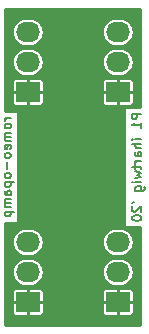
<source format=gbr>
G04 #@! TF.FileFunction,Copper,L2,Bot,Signal*
%FSLAX46Y46*%
G04 Gerber Fmt 4.6, Leading zero omitted, Abs format (unit mm)*
G04 Created by KiCad (PCBNEW 4.0.2-stable) date Friday, April 10, 2020 'PMt' 07:46:05 PM*
%MOMM*%
G01*
G04 APERTURE LIST*
%ADD10C,0.100000*%
%ADD11C,0.152400*%
%ADD12R,2.032000X1.727200*%
%ADD13O,2.032000X1.727200*%
%ADD14C,0.609600*%
%ADD15C,0.254000*%
G04 APERTURE END LIST*
D10*
D11*
X1123905Y18103335D02*
X590571Y18103335D01*
X742952Y18103335D02*
X666762Y18065240D01*
X628667Y18027144D01*
X590571Y17950954D01*
X590571Y17874763D01*
X1123905Y17493811D02*
X1085810Y17570002D01*
X1047714Y17608097D01*
X971524Y17646192D01*
X742952Y17646192D01*
X666762Y17608097D01*
X628667Y17570002D01*
X590571Y17493811D01*
X590571Y17379525D01*
X628667Y17303335D01*
X666762Y17265240D01*
X742952Y17227144D01*
X971524Y17227144D01*
X1047714Y17265240D01*
X1085810Y17303335D01*
X1123905Y17379525D01*
X1123905Y17493811D01*
X1123905Y16884287D02*
X590571Y16884287D01*
X666762Y16884287D02*
X628667Y16846192D01*
X590571Y16770001D01*
X590571Y16655715D01*
X628667Y16579525D01*
X704857Y16541430D01*
X1123905Y16541430D01*
X704857Y16541430D02*
X628667Y16503334D01*
X590571Y16427144D01*
X590571Y16312858D01*
X628667Y16236668D01*
X704857Y16198573D01*
X1123905Y16198573D01*
X1085810Y15512858D02*
X1123905Y15589048D01*
X1123905Y15741429D01*
X1085810Y15817620D01*
X1009619Y15855715D01*
X704857Y15855715D01*
X628667Y15817620D01*
X590571Y15741429D01*
X590571Y15589048D01*
X628667Y15512858D01*
X704857Y15474763D01*
X781048Y15474763D01*
X857238Y15855715D01*
X1123905Y15017620D02*
X1085810Y15093811D01*
X1047714Y15131906D01*
X971524Y15170001D01*
X742952Y15170001D01*
X666762Y15131906D01*
X628667Y15093811D01*
X590571Y15017620D01*
X590571Y14903334D01*
X628667Y14827144D01*
X666762Y14789049D01*
X742952Y14750953D01*
X971524Y14750953D01*
X1047714Y14789049D01*
X1085810Y14827144D01*
X1123905Y14903334D01*
X1123905Y15017620D01*
X819143Y14408096D02*
X819143Y13798572D01*
X1123905Y13303334D02*
X1085810Y13379525D01*
X1047714Y13417620D01*
X971524Y13455715D01*
X742952Y13455715D01*
X666762Y13417620D01*
X628667Y13379525D01*
X590571Y13303334D01*
X590571Y13189048D01*
X628667Y13112858D01*
X666762Y13074763D01*
X742952Y13036667D01*
X971524Y13036667D01*
X1047714Y13074763D01*
X1085810Y13112858D01*
X1123905Y13189048D01*
X1123905Y13303334D01*
X590571Y12693810D02*
X1390571Y12693810D01*
X628667Y12693810D02*
X590571Y12617619D01*
X590571Y12465238D01*
X628667Y12389048D01*
X666762Y12350953D01*
X742952Y12312857D01*
X971524Y12312857D01*
X1047714Y12350953D01*
X1085810Y12389048D01*
X1123905Y12465238D01*
X1123905Y12617619D01*
X1085810Y12693810D01*
X1123905Y11627143D02*
X704857Y11627143D01*
X628667Y11665238D01*
X590571Y11741428D01*
X590571Y11893809D01*
X628667Y11970000D01*
X1085810Y11627143D02*
X1123905Y11703333D01*
X1123905Y11893809D01*
X1085810Y11970000D01*
X1009619Y12008095D01*
X933429Y12008095D01*
X857238Y11970000D01*
X819143Y11893809D01*
X819143Y11703333D01*
X781048Y11627143D01*
X1123905Y11246190D02*
X590571Y11246190D01*
X666762Y11246190D02*
X628667Y11208095D01*
X590571Y11131904D01*
X590571Y11017618D01*
X628667Y10941428D01*
X704857Y10903333D01*
X1123905Y10903333D01*
X704857Y10903333D02*
X628667Y10865237D01*
X590571Y10789047D01*
X590571Y10674761D01*
X628667Y10598571D01*
X704857Y10560476D01*
X1123905Y10560476D01*
X590571Y10179523D02*
X1390571Y10179523D01*
X628667Y10179523D02*
X590571Y10103332D01*
X590571Y9950951D01*
X628667Y9874761D01*
X666762Y9836666D01*
X742952Y9798570D01*
X971524Y9798570D01*
X1047714Y9836666D01*
X1085810Y9874761D01*
X1123905Y9950951D01*
X1123905Y10103332D01*
X1085810Y10179523D01*
X12172905Y18484286D02*
X11372905Y18484286D01*
X11372905Y18179524D01*
X11411000Y18103333D01*
X11449095Y18065238D01*
X11525286Y18027143D01*
X11639571Y18027143D01*
X11715762Y18065238D01*
X11753857Y18103333D01*
X11791952Y18179524D01*
X11791952Y18484286D01*
X12172905Y17265238D02*
X12172905Y17722381D01*
X12172905Y17493810D02*
X11372905Y17493810D01*
X11487190Y17570000D01*
X11563381Y17646191D01*
X11601476Y17722381D01*
X12172905Y16312857D02*
X11639571Y16312857D01*
X11372905Y16312857D02*
X11411000Y16350952D01*
X11449095Y16312857D01*
X11411000Y16274762D01*
X11372905Y16312857D01*
X11449095Y16312857D01*
X12172905Y15931905D02*
X11372905Y15931905D01*
X12172905Y15589048D02*
X11753857Y15589048D01*
X11677667Y15627143D01*
X11639571Y15703333D01*
X11639571Y15817619D01*
X11677667Y15893810D01*
X11715762Y15931905D01*
X12172905Y14865238D02*
X11753857Y14865238D01*
X11677667Y14903333D01*
X11639571Y14979523D01*
X11639571Y15131904D01*
X11677667Y15208095D01*
X12134810Y14865238D02*
X12172905Y14941428D01*
X12172905Y15131904D01*
X12134810Y15208095D01*
X12058619Y15246190D01*
X11982429Y15246190D01*
X11906238Y15208095D01*
X11868143Y15131904D01*
X11868143Y14941428D01*
X11830048Y14865238D01*
X12172905Y14484285D02*
X11639571Y14484285D01*
X11791952Y14484285D02*
X11715762Y14446190D01*
X11677667Y14408094D01*
X11639571Y14331904D01*
X11639571Y14255713D01*
X11639571Y14103333D02*
X11639571Y13798571D01*
X11372905Y13989047D02*
X12058619Y13989047D01*
X12134810Y13950952D01*
X12172905Y13874761D01*
X12172905Y13798571D01*
X11639571Y13608094D02*
X12172905Y13455713D01*
X11791952Y13303332D01*
X12172905Y13150951D01*
X11639571Y12998570D01*
X12172905Y12693809D02*
X11639571Y12693809D01*
X11372905Y12693809D02*
X11411000Y12731904D01*
X11449095Y12693809D01*
X11411000Y12655714D01*
X11372905Y12693809D01*
X11449095Y12693809D01*
X11639571Y11970000D02*
X12287190Y11970000D01*
X12363381Y12008095D01*
X12401476Y12046190D01*
X12439571Y12122381D01*
X12439571Y12236666D01*
X12401476Y12312857D01*
X12134810Y11970000D02*
X12172905Y12046190D01*
X12172905Y12198571D01*
X12134810Y12274762D01*
X12096714Y12312857D01*
X12020524Y12350952D01*
X11791952Y12350952D01*
X11715762Y12312857D01*
X11677667Y12274762D01*
X11639571Y12198571D01*
X11639571Y12046190D01*
X11677667Y11970000D01*
X11372905Y10941428D02*
X11525286Y11017618D01*
X11449095Y10636666D02*
X11411000Y10598571D01*
X11372905Y10522380D01*
X11372905Y10331904D01*
X11411000Y10255714D01*
X11449095Y10217618D01*
X11525286Y10179523D01*
X11601476Y10179523D01*
X11715762Y10217618D01*
X12172905Y10674761D01*
X12172905Y10179523D01*
X11372905Y9684285D02*
X11372905Y9608094D01*
X11411000Y9531904D01*
X11449095Y9493809D01*
X11525286Y9455713D01*
X11677667Y9417618D01*
X11868143Y9417618D01*
X12020524Y9455713D01*
X12096714Y9493809D01*
X12134810Y9531904D01*
X12172905Y9608094D01*
X12172905Y9684285D01*
X12134810Y9760475D01*
X12096714Y9798571D01*
X12020524Y9836666D01*
X11868143Y9874761D01*
X11677667Y9874761D01*
X11525286Y9836666D01*
X11449095Y9798571D01*
X11411000Y9760475D01*
X11372905Y9684285D01*
D12*
X2540000Y20320000D03*
D13*
X2540000Y22860000D03*
X2540000Y25400000D03*
D12*
X10160000Y20320000D03*
D13*
X10160000Y22860000D03*
X10160000Y25400000D03*
D12*
X2540000Y2540000D03*
D13*
X2540000Y5080000D03*
X2540000Y7620000D03*
D12*
X10160000Y2540000D03*
D13*
X10160000Y5080000D03*
X10160000Y7620000D03*
D14*
X889000Y9017000D03*
X7874000Y5969000D03*
X7620000Y1270000D03*
X7620000Y16510000D03*
X10160000Y16510000D03*
X2540000Y16510000D03*
D15*
G36*
X12073000Y19081163D02*
X10692200Y19081163D01*
X10692200Y8858838D01*
X12073000Y8858838D01*
X12073000Y627000D01*
X627000Y627000D01*
X627000Y2456950D01*
X1193800Y2456950D01*
X1193800Y1643878D01*
X1206489Y1580084D01*
X1231380Y1519992D01*
X1267517Y1465910D01*
X1313510Y1419917D01*
X1367592Y1383781D01*
X1427684Y1358889D01*
X1491478Y1346200D01*
X2456950Y1346200D01*
X2539500Y1428750D01*
X2539500Y2539500D01*
X2540500Y2539500D01*
X2540500Y1428750D01*
X2623050Y1346200D01*
X3588522Y1346200D01*
X3652316Y1358889D01*
X3712408Y1383781D01*
X3766490Y1419917D01*
X3812483Y1465910D01*
X3848620Y1519992D01*
X3873511Y1580084D01*
X3886200Y1643878D01*
X3886200Y2456950D01*
X8813800Y2456950D01*
X8813800Y1643878D01*
X8826489Y1580084D01*
X8851380Y1519992D01*
X8887517Y1465910D01*
X8933510Y1419917D01*
X8987592Y1383781D01*
X9047684Y1358889D01*
X9111478Y1346200D01*
X10076950Y1346200D01*
X10159500Y1428750D01*
X10159500Y2539500D01*
X10160500Y2539500D01*
X10160500Y1428750D01*
X10243050Y1346200D01*
X11208522Y1346200D01*
X11272316Y1358889D01*
X11332408Y1383781D01*
X11386490Y1419917D01*
X11432483Y1465910D01*
X11468620Y1519992D01*
X11493511Y1580084D01*
X11506200Y1643878D01*
X11506200Y2456950D01*
X11423650Y2539500D01*
X10160500Y2539500D01*
X10159500Y2539500D01*
X8896350Y2539500D01*
X8813800Y2456950D01*
X3886200Y2456950D01*
X3803650Y2539500D01*
X2540500Y2539500D01*
X2539500Y2539500D01*
X1276350Y2539500D01*
X1193800Y2456950D01*
X627000Y2456950D01*
X627000Y3436122D01*
X1193800Y3436122D01*
X1193800Y2623050D01*
X1276350Y2540500D01*
X2539500Y2540500D01*
X2539500Y3651250D01*
X2540500Y3651250D01*
X2540500Y2540500D01*
X3803650Y2540500D01*
X3886200Y2623050D01*
X3886200Y3436122D01*
X8813800Y3436122D01*
X8813800Y2623050D01*
X8896350Y2540500D01*
X10159500Y2540500D01*
X10159500Y3651250D01*
X10160500Y3651250D01*
X10160500Y2540500D01*
X11423650Y2540500D01*
X11506200Y2623050D01*
X11506200Y3436122D01*
X11493511Y3499916D01*
X11468620Y3560008D01*
X11432483Y3614090D01*
X11386490Y3660083D01*
X11332408Y3696219D01*
X11272316Y3721111D01*
X11208522Y3733800D01*
X10243050Y3733800D01*
X10160500Y3651250D01*
X10159500Y3651250D01*
X10076950Y3733800D01*
X9111478Y3733800D01*
X9047684Y3721111D01*
X8987592Y3696219D01*
X8933510Y3660083D01*
X8887517Y3614090D01*
X8851380Y3560008D01*
X8826489Y3499916D01*
X8813800Y3436122D01*
X3886200Y3436122D01*
X3873511Y3499916D01*
X3848620Y3560008D01*
X3812483Y3614090D01*
X3766490Y3660083D01*
X3712408Y3696219D01*
X3652316Y3721111D01*
X3588522Y3733800D01*
X2623050Y3733800D01*
X2540500Y3651250D01*
X2539500Y3651250D01*
X2456950Y3733800D01*
X1491478Y3733800D01*
X1427684Y3721111D01*
X1367592Y3696219D01*
X1313510Y3660083D01*
X1267517Y3614090D01*
X1231380Y3560008D01*
X1206489Y3499916D01*
X1193800Y3436122D01*
X627000Y3436122D01*
X627000Y5088334D01*
X1187315Y5088334D01*
X1208431Y4856304D01*
X1274214Y4632795D01*
X1382157Y4426319D01*
X1528149Y4244742D01*
X1706628Y4094980D01*
X1910798Y3982736D01*
X2132881Y3912287D01*
X2364418Y3886316D01*
X2381086Y3886200D01*
X2698914Y3886200D01*
X2930791Y3908936D01*
X3153836Y3976277D01*
X3359553Y4085659D01*
X3540106Y4232914D01*
X3688619Y4412436D01*
X3799434Y4617384D01*
X3868331Y4839953D01*
X3892685Y5071666D01*
X3891169Y5088334D01*
X8807315Y5088334D01*
X8828431Y4856304D01*
X8894214Y4632795D01*
X9002157Y4426319D01*
X9148149Y4244742D01*
X9326628Y4094980D01*
X9530798Y3982736D01*
X9752881Y3912287D01*
X9984418Y3886316D01*
X10001086Y3886200D01*
X10318914Y3886200D01*
X10550791Y3908936D01*
X10773836Y3976277D01*
X10979553Y4085659D01*
X11160106Y4232914D01*
X11308619Y4412436D01*
X11419434Y4617384D01*
X11488331Y4839953D01*
X11512685Y5071666D01*
X11491569Y5303696D01*
X11425786Y5527205D01*
X11317843Y5733681D01*
X11171851Y5915258D01*
X10993372Y6065020D01*
X10789202Y6177264D01*
X10567119Y6247713D01*
X10335582Y6273684D01*
X10318914Y6273800D01*
X10001086Y6273800D01*
X9769209Y6251064D01*
X9546164Y6183723D01*
X9340447Y6074341D01*
X9159894Y5927086D01*
X9011381Y5747564D01*
X8900566Y5542616D01*
X8831669Y5320047D01*
X8807315Y5088334D01*
X3891169Y5088334D01*
X3871569Y5303696D01*
X3805786Y5527205D01*
X3697843Y5733681D01*
X3551851Y5915258D01*
X3373372Y6065020D01*
X3169202Y6177264D01*
X2947119Y6247713D01*
X2715582Y6273684D01*
X2698914Y6273800D01*
X2381086Y6273800D01*
X2149209Y6251064D01*
X1926164Y6183723D01*
X1720447Y6074341D01*
X1539894Y5927086D01*
X1391381Y5747564D01*
X1280566Y5542616D01*
X1211669Y5320047D01*
X1187315Y5088334D01*
X627000Y5088334D01*
X627000Y7628334D01*
X1187315Y7628334D01*
X1208431Y7396304D01*
X1274214Y7172795D01*
X1382157Y6966319D01*
X1528149Y6784742D01*
X1706628Y6634980D01*
X1910798Y6522736D01*
X2132881Y6452287D01*
X2364418Y6426316D01*
X2381086Y6426200D01*
X2698914Y6426200D01*
X2930791Y6448936D01*
X3153836Y6516277D01*
X3359553Y6625659D01*
X3540106Y6772914D01*
X3688619Y6952436D01*
X3799434Y7157384D01*
X3868331Y7379953D01*
X3892685Y7611666D01*
X3891169Y7628334D01*
X8807315Y7628334D01*
X8828431Y7396304D01*
X8894214Y7172795D01*
X9002157Y6966319D01*
X9148149Y6784742D01*
X9326628Y6634980D01*
X9530798Y6522736D01*
X9752881Y6452287D01*
X9984418Y6426316D01*
X10001086Y6426200D01*
X10318914Y6426200D01*
X10550791Y6448936D01*
X10773836Y6516277D01*
X10979553Y6625659D01*
X11160106Y6772914D01*
X11308619Y6952436D01*
X11419434Y7157384D01*
X11488331Y7379953D01*
X11512685Y7611666D01*
X11491569Y7843696D01*
X11425786Y8067205D01*
X11317843Y8273681D01*
X11171851Y8455258D01*
X10993372Y8605020D01*
X10789202Y8717264D01*
X10567119Y8787713D01*
X10335582Y8813684D01*
X10318914Y8813800D01*
X10001086Y8813800D01*
X9769209Y8791064D01*
X9546164Y8723723D01*
X9340447Y8614341D01*
X9159894Y8467086D01*
X9011381Y8287564D01*
X8900566Y8082616D01*
X8831669Y7860047D01*
X8807315Y7628334D01*
X3891169Y7628334D01*
X3871569Y7843696D01*
X3805786Y8067205D01*
X3697843Y8273681D01*
X3551851Y8455258D01*
X3373372Y8605020D01*
X3169202Y8717264D01*
X2947119Y8787713D01*
X2715582Y8813684D01*
X2698914Y8813800D01*
X2381086Y8813800D01*
X2149209Y8791064D01*
X1926164Y8723723D01*
X1720447Y8614341D01*
X1539894Y8467086D01*
X1391381Y8287564D01*
X1280566Y8082616D01*
X1211669Y7860047D01*
X1187315Y7628334D01*
X627000Y7628334D01*
X627000Y9239789D01*
X1728400Y9239789D01*
X1728400Y18700211D01*
X627000Y18700211D01*
X627000Y20236950D01*
X1193800Y20236950D01*
X1193800Y19423878D01*
X1206489Y19360084D01*
X1231380Y19299992D01*
X1267517Y19245910D01*
X1313510Y19199917D01*
X1367592Y19163781D01*
X1427684Y19138889D01*
X1491478Y19126200D01*
X2456950Y19126200D01*
X2539500Y19208750D01*
X2539500Y20319500D01*
X2540500Y20319500D01*
X2540500Y19208750D01*
X2623050Y19126200D01*
X3588522Y19126200D01*
X3652316Y19138889D01*
X3712408Y19163781D01*
X3766490Y19199917D01*
X3812483Y19245910D01*
X3848620Y19299992D01*
X3873511Y19360084D01*
X3886200Y19423878D01*
X3886200Y20236950D01*
X8813800Y20236950D01*
X8813800Y19423878D01*
X8826489Y19360084D01*
X8851380Y19299992D01*
X8887517Y19245910D01*
X8933510Y19199917D01*
X8987592Y19163781D01*
X9047684Y19138889D01*
X9111478Y19126200D01*
X10076950Y19126200D01*
X10159500Y19208750D01*
X10159500Y20319500D01*
X10160500Y20319500D01*
X10160500Y19208750D01*
X10243050Y19126200D01*
X11208522Y19126200D01*
X11272316Y19138889D01*
X11332408Y19163781D01*
X11386490Y19199917D01*
X11432483Y19245910D01*
X11468620Y19299992D01*
X11493511Y19360084D01*
X11506200Y19423878D01*
X11506200Y20236950D01*
X11423650Y20319500D01*
X10160500Y20319500D01*
X10159500Y20319500D01*
X8896350Y20319500D01*
X8813800Y20236950D01*
X3886200Y20236950D01*
X3803650Y20319500D01*
X2540500Y20319500D01*
X2539500Y20319500D01*
X1276350Y20319500D01*
X1193800Y20236950D01*
X627000Y20236950D01*
X627000Y21216122D01*
X1193800Y21216122D01*
X1193800Y20403050D01*
X1276350Y20320500D01*
X2539500Y20320500D01*
X2539500Y21431250D01*
X2540500Y21431250D01*
X2540500Y20320500D01*
X3803650Y20320500D01*
X3886200Y20403050D01*
X3886200Y21216122D01*
X8813800Y21216122D01*
X8813800Y20403050D01*
X8896350Y20320500D01*
X10159500Y20320500D01*
X10159500Y21431250D01*
X10160500Y21431250D01*
X10160500Y20320500D01*
X11423650Y20320500D01*
X11506200Y20403050D01*
X11506200Y21216122D01*
X11493511Y21279916D01*
X11468620Y21340008D01*
X11432483Y21394090D01*
X11386490Y21440083D01*
X11332408Y21476219D01*
X11272316Y21501111D01*
X11208522Y21513800D01*
X10243050Y21513800D01*
X10160500Y21431250D01*
X10159500Y21431250D01*
X10076950Y21513800D01*
X9111478Y21513800D01*
X9047684Y21501111D01*
X8987592Y21476219D01*
X8933510Y21440083D01*
X8887517Y21394090D01*
X8851380Y21340008D01*
X8826489Y21279916D01*
X8813800Y21216122D01*
X3886200Y21216122D01*
X3873511Y21279916D01*
X3848620Y21340008D01*
X3812483Y21394090D01*
X3766490Y21440083D01*
X3712408Y21476219D01*
X3652316Y21501111D01*
X3588522Y21513800D01*
X2623050Y21513800D01*
X2540500Y21431250D01*
X2539500Y21431250D01*
X2456950Y21513800D01*
X1491478Y21513800D01*
X1427684Y21501111D01*
X1367592Y21476219D01*
X1313510Y21440083D01*
X1267517Y21394090D01*
X1231380Y21340008D01*
X1206489Y21279916D01*
X1193800Y21216122D01*
X627000Y21216122D01*
X627000Y22868334D01*
X1187315Y22868334D01*
X1208431Y22636304D01*
X1274214Y22412795D01*
X1382157Y22206319D01*
X1528149Y22024742D01*
X1706628Y21874980D01*
X1910798Y21762736D01*
X2132881Y21692287D01*
X2364418Y21666316D01*
X2381086Y21666200D01*
X2698914Y21666200D01*
X2930791Y21688936D01*
X3153836Y21756277D01*
X3359553Y21865659D01*
X3540106Y22012914D01*
X3688619Y22192436D01*
X3799434Y22397384D01*
X3868331Y22619953D01*
X3892685Y22851666D01*
X3891169Y22868334D01*
X8807315Y22868334D01*
X8828431Y22636304D01*
X8894214Y22412795D01*
X9002157Y22206319D01*
X9148149Y22024742D01*
X9326628Y21874980D01*
X9530798Y21762736D01*
X9752881Y21692287D01*
X9984418Y21666316D01*
X10001086Y21666200D01*
X10318914Y21666200D01*
X10550791Y21688936D01*
X10773836Y21756277D01*
X10979553Y21865659D01*
X11160106Y22012914D01*
X11308619Y22192436D01*
X11419434Y22397384D01*
X11488331Y22619953D01*
X11512685Y22851666D01*
X11491569Y23083696D01*
X11425786Y23307205D01*
X11317843Y23513681D01*
X11171851Y23695258D01*
X10993372Y23845020D01*
X10789202Y23957264D01*
X10567119Y24027713D01*
X10335582Y24053684D01*
X10318914Y24053800D01*
X10001086Y24053800D01*
X9769209Y24031064D01*
X9546164Y23963723D01*
X9340447Y23854341D01*
X9159894Y23707086D01*
X9011381Y23527564D01*
X8900566Y23322616D01*
X8831669Y23100047D01*
X8807315Y22868334D01*
X3891169Y22868334D01*
X3871569Y23083696D01*
X3805786Y23307205D01*
X3697843Y23513681D01*
X3551851Y23695258D01*
X3373372Y23845020D01*
X3169202Y23957264D01*
X2947119Y24027713D01*
X2715582Y24053684D01*
X2698914Y24053800D01*
X2381086Y24053800D01*
X2149209Y24031064D01*
X1926164Y23963723D01*
X1720447Y23854341D01*
X1539894Y23707086D01*
X1391381Y23527564D01*
X1280566Y23322616D01*
X1211669Y23100047D01*
X1187315Y22868334D01*
X627000Y22868334D01*
X627000Y25408334D01*
X1187315Y25408334D01*
X1208431Y25176304D01*
X1274214Y24952795D01*
X1382157Y24746319D01*
X1528149Y24564742D01*
X1706628Y24414980D01*
X1910798Y24302736D01*
X2132881Y24232287D01*
X2364418Y24206316D01*
X2381086Y24206200D01*
X2698914Y24206200D01*
X2930791Y24228936D01*
X3153836Y24296277D01*
X3359553Y24405659D01*
X3540106Y24552914D01*
X3688619Y24732436D01*
X3799434Y24937384D01*
X3868331Y25159953D01*
X3892685Y25391666D01*
X3891169Y25408334D01*
X8807315Y25408334D01*
X8828431Y25176304D01*
X8894214Y24952795D01*
X9002157Y24746319D01*
X9148149Y24564742D01*
X9326628Y24414980D01*
X9530798Y24302736D01*
X9752881Y24232287D01*
X9984418Y24206316D01*
X10001086Y24206200D01*
X10318914Y24206200D01*
X10550791Y24228936D01*
X10773836Y24296277D01*
X10979553Y24405659D01*
X11160106Y24552914D01*
X11308619Y24732436D01*
X11419434Y24937384D01*
X11488331Y25159953D01*
X11512685Y25391666D01*
X11491569Y25623696D01*
X11425786Y25847205D01*
X11317843Y26053681D01*
X11171851Y26235258D01*
X10993372Y26385020D01*
X10789202Y26497264D01*
X10567119Y26567713D01*
X10335582Y26593684D01*
X10318914Y26593800D01*
X10001086Y26593800D01*
X9769209Y26571064D01*
X9546164Y26503723D01*
X9340447Y26394341D01*
X9159894Y26247086D01*
X9011381Y26067564D01*
X8900566Y25862616D01*
X8831669Y25640047D01*
X8807315Y25408334D01*
X3891169Y25408334D01*
X3871569Y25623696D01*
X3805786Y25847205D01*
X3697843Y26053681D01*
X3551851Y26235258D01*
X3373372Y26385020D01*
X3169202Y26497264D01*
X2947119Y26567713D01*
X2715582Y26593684D01*
X2698914Y26593800D01*
X2381086Y26593800D01*
X2149209Y26571064D01*
X1926164Y26503723D01*
X1720447Y26394341D01*
X1539894Y26247086D01*
X1391381Y26067564D01*
X1280566Y25862616D01*
X1211669Y25640047D01*
X1187315Y25408334D01*
X627000Y25408334D01*
X627000Y27313000D01*
X12073000Y27313000D01*
X12073000Y19081163D01*
X12073000Y19081163D01*
G37*
X12073000Y19081163D02*
X10692200Y19081163D01*
X10692200Y8858838D01*
X12073000Y8858838D01*
X12073000Y627000D01*
X627000Y627000D01*
X627000Y2456950D01*
X1193800Y2456950D01*
X1193800Y1643878D01*
X1206489Y1580084D01*
X1231380Y1519992D01*
X1267517Y1465910D01*
X1313510Y1419917D01*
X1367592Y1383781D01*
X1427684Y1358889D01*
X1491478Y1346200D01*
X2456950Y1346200D01*
X2539500Y1428750D01*
X2539500Y2539500D01*
X2540500Y2539500D01*
X2540500Y1428750D01*
X2623050Y1346200D01*
X3588522Y1346200D01*
X3652316Y1358889D01*
X3712408Y1383781D01*
X3766490Y1419917D01*
X3812483Y1465910D01*
X3848620Y1519992D01*
X3873511Y1580084D01*
X3886200Y1643878D01*
X3886200Y2456950D01*
X8813800Y2456950D01*
X8813800Y1643878D01*
X8826489Y1580084D01*
X8851380Y1519992D01*
X8887517Y1465910D01*
X8933510Y1419917D01*
X8987592Y1383781D01*
X9047684Y1358889D01*
X9111478Y1346200D01*
X10076950Y1346200D01*
X10159500Y1428750D01*
X10159500Y2539500D01*
X10160500Y2539500D01*
X10160500Y1428750D01*
X10243050Y1346200D01*
X11208522Y1346200D01*
X11272316Y1358889D01*
X11332408Y1383781D01*
X11386490Y1419917D01*
X11432483Y1465910D01*
X11468620Y1519992D01*
X11493511Y1580084D01*
X11506200Y1643878D01*
X11506200Y2456950D01*
X11423650Y2539500D01*
X10160500Y2539500D01*
X10159500Y2539500D01*
X8896350Y2539500D01*
X8813800Y2456950D01*
X3886200Y2456950D01*
X3803650Y2539500D01*
X2540500Y2539500D01*
X2539500Y2539500D01*
X1276350Y2539500D01*
X1193800Y2456950D01*
X627000Y2456950D01*
X627000Y3436122D01*
X1193800Y3436122D01*
X1193800Y2623050D01*
X1276350Y2540500D01*
X2539500Y2540500D01*
X2539500Y3651250D01*
X2540500Y3651250D01*
X2540500Y2540500D01*
X3803650Y2540500D01*
X3886200Y2623050D01*
X3886200Y3436122D01*
X8813800Y3436122D01*
X8813800Y2623050D01*
X8896350Y2540500D01*
X10159500Y2540500D01*
X10159500Y3651250D01*
X10160500Y3651250D01*
X10160500Y2540500D01*
X11423650Y2540500D01*
X11506200Y2623050D01*
X11506200Y3436122D01*
X11493511Y3499916D01*
X11468620Y3560008D01*
X11432483Y3614090D01*
X11386490Y3660083D01*
X11332408Y3696219D01*
X11272316Y3721111D01*
X11208522Y3733800D01*
X10243050Y3733800D01*
X10160500Y3651250D01*
X10159500Y3651250D01*
X10076950Y3733800D01*
X9111478Y3733800D01*
X9047684Y3721111D01*
X8987592Y3696219D01*
X8933510Y3660083D01*
X8887517Y3614090D01*
X8851380Y3560008D01*
X8826489Y3499916D01*
X8813800Y3436122D01*
X3886200Y3436122D01*
X3873511Y3499916D01*
X3848620Y3560008D01*
X3812483Y3614090D01*
X3766490Y3660083D01*
X3712408Y3696219D01*
X3652316Y3721111D01*
X3588522Y3733800D01*
X2623050Y3733800D01*
X2540500Y3651250D01*
X2539500Y3651250D01*
X2456950Y3733800D01*
X1491478Y3733800D01*
X1427684Y3721111D01*
X1367592Y3696219D01*
X1313510Y3660083D01*
X1267517Y3614090D01*
X1231380Y3560008D01*
X1206489Y3499916D01*
X1193800Y3436122D01*
X627000Y3436122D01*
X627000Y5088334D01*
X1187315Y5088334D01*
X1208431Y4856304D01*
X1274214Y4632795D01*
X1382157Y4426319D01*
X1528149Y4244742D01*
X1706628Y4094980D01*
X1910798Y3982736D01*
X2132881Y3912287D01*
X2364418Y3886316D01*
X2381086Y3886200D01*
X2698914Y3886200D01*
X2930791Y3908936D01*
X3153836Y3976277D01*
X3359553Y4085659D01*
X3540106Y4232914D01*
X3688619Y4412436D01*
X3799434Y4617384D01*
X3868331Y4839953D01*
X3892685Y5071666D01*
X3891169Y5088334D01*
X8807315Y5088334D01*
X8828431Y4856304D01*
X8894214Y4632795D01*
X9002157Y4426319D01*
X9148149Y4244742D01*
X9326628Y4094980D01*
X9530798Y3982736D01*
X9752881Y3912287D01*
X9984418Y3886316D01*
X10001086Y3886200D01*
X10318914Y3886200D01*
X10550791Y3908936D01*
X10773836Y3976277D01*
X10979553Y4085659D01*
X11160106Y4232914D01*
X11308619Y4412436D01*
X11419434Y4617384D01*
X11488331Y4839953D01*
X11512685Y5071666D01*
X11491569Y5303696D01*
X11425786Y5527205D01*
X11317843Y5733681D01*
X11171851Y5915258D01*
X10993372Y6065020D01*
X10789202Y6177264D01*
X10567119Y6247713D01*
X10335582Y6273684D01*
X10318914Y6273800D01*
X10001086Y6273800D01*
X9769209Y6251064D01*
X9546164Y6183723D01*
X9340447Y6074341D01*
X9159894Y5927086D01*
X9011381Y5747564D01*
X8900566Y5542616D01*
X8831669Y5320047D01*
X8807315Y5088334D01*
X3891169Y5088334D01*
X3871569Y5303696D01*
X3805786Y5527205D01*
X3697843Y5733681D01*
X3551851Y5915258D01*
X3373372Y6065020D01*
X3169202Y6177264D01*
X2947119Y6247713D01*
X2715582Y6273684D01*
X2698914Y6273800D01*
X2381086Y6273800D01*
X2149209Y6251064D01*
X1926164Y6183723D01*
X1720447Y6074341D01*
X1539894Y5927086D01*
X1391381Y5747564D01*
X1280566Y5542616D01*
X1211669Y5320047D01*
X1187315Y5088334D01*
X627000Y5088334D01*
X627000Y7628334D01*
X1187315Y7628334D01*
X1208431Y7396304D01*
X1274214Y7172795D01*
X1382157Y6966319D01*
X1528149Y6784742D01*
X1706628Y6634980D01*
X1910798Y6522736D01*
X2132881Y6452287D01*
X2364418Y6426316D01*
X2381086Y6426200D01*
X2698914Y6426200D01*
X2930791Y6448936D01*
X3153836Y6516277D01*
X3359553Y6625659D01*
X3540106Y6772914D01*
X3688619Y6952436D01*
X3799434Y7157384D01*
X3868331Y7379953D01*
X3892685Y7611666D01*
X3891169Y7628334D01*
X8807315Y7628334D01*
X8828431Y7396304D01*
X8894214Y7172795D01*
X9002157Y6966319D01*
X9148149Y6784742D01*
X9326628Y6634980D01*
X9530798Y6522736D01*
X9752881Y6452287D01*
X9984418Y6426316D01*
X10001086Y6426200D01*
X10318914Y6426200D01*
X10550791Y6448936D01*
X10773836Y6516277D01*
X10979553Y6625659D01*
X11160106Y6772914D01*
X11308619Y6952436D01*
X11419434Y7157384D01*
X11488331Y7379953D01*
X11512685Y7611666D01*
X11491569Y7843696D01*
X11425786Y8067205D01*
X11317843Y8273681D01*
X11171851Y8455258D01*
X10993372Y8605020D01*
X10789202Y8717264D01*
X10567119Y8787713D01*
X10335582Y8813684D01*
X10318914Y8813800D01*
X10001086Y8813800D01*
X9769209Y8791064D01*
X9546164Y8723723D01*
X9340447Y8614341D01*
X9159894Y8467086D01*
X9011381Y8287564D01*
X8900566Y8082616D01*
X8831669Y7860047D01*
X8807315Y7628334D01*
X3891169Y7628334D01*
X3871569Y7843696D01*
X3805786Y8067205D01*
X3697843Y8273681D01*
X3551851Y8455258D01*
X3373372Y8605020D01*
X3169202Y8717264D01*
X2947119Y8787713D01*
X2715582Y8813684D01*
X2698914Y8813800D01*
X2381086Y8813800D01*
X2149209Y8791064D01*
X1926164Y8723723D01*
X1720447Y8614341D01*
X1539894Y8467086D01*
X1391381Y8287564D01*
X1280566Y8082616D01*
X1211669Y7860047D01*
X1187315Y7628334D01*
X627000Y7628334D01*
X627000Y9239789D01*
X1728400Y9239789D01*
X1728400Y18700211D01*
X627000Y18700211D01*
X627000Y20236950D01*
X1193800Y20236950D01*
X1193800Y19423878D01*
X1206489Y19360084D01*
X1231380Y19299992D01*
X1267517Y19245910D01*
X1313510Y19199917D01*
X1367592Y19163781D01*
X1427684Y19138889D01*
X1491478Y19126200D01*
X2456950Y19126200D01*
X2539500Y19208750D01*
X2539500Y20319500D01*
X2540500Y20319500D01*
X2540500Y19208750D01*
X2623050Y19126200D01*
X3588522Y19126200D01*
X3652316Y19138889D01*
X3712408Y19163781D01*
X3766490Y19199917D01*
X3812483Y19245910D01*
X3848620Y19299992D01*
X3873511Y19360084D01*
X3886200Y19423878D01*
X3886200Y20236950D01*
X8813800Y20236950D01*
X8813800Y19423878D01*
X8826489Y19360084D01*
X8851380Y19299992D01*
X8887517Y19245910D01*
X8933510Y19199917D01*
X8987592Y19163781D01*
X9047684Y19138889D01*
X9111478Y19126200D01*
X10076950Y19126200D01*
X10159500Y19208750D01*
X10159500Y20319500D01*
X10160500Y20319500D01*
X10160500Y19208750D01*
X10243050Y19126200D01*
X11208522Y19126200D01*
X11272316Y19138889D01*
X11332408Y19163781D01*
X11386490Y19199917D01*
X11432483Y19245910D01*
X11468620Y19299992D01*
X11493511Y19360084D01*
X11506200Y19423878D01*
X11506200Y20236950D01*
X11423650Y20319500D01*
X10160500Y20319500D01*
X10159500Y20319500D01*
X8896350Y20319500D01*
X8813800Y20236950D01*
X3886200Y20236950D01*
X3803650Y20319500D01*
X2540500Y20319500D01*
X2539500Y20319500D01*
X1276350Y20319500D01*
X1193800Y20236950D01*
X627000Y20236950D01*
X627000Y21216122D01*
X1193800Y21216122D01*
X1193800Y20403050D01*
X1276350Y20320500D01*
X2539500Y20320500D01*
X2539500Y21431250D01*
X2540500Y21431250D01*
X2540500Y20320500D01*
X3803650Y20320500D01*
X3886200Y20403050D01*
X3886200Y21216122D01*
X8813800Y21216122D01*
X8813800Y20403050D01*
X8896350Y20320500D01*
X10159500Y20320500D01*
X10159500Y21431250D01*
X10160500Y21431250D01*
X10160500Y20320500D01*
X11423650Y20320500D01*
X11506200Y20403050D01*
X11506200Y21216122D01*
X11493511Y21279916D01*
X11468620Y21340008D01*
X11432483Y21394090D01*
X11386490Y21440083D01*
X11332408Y21476219D01*
X11272316Y21501111D01*
X11208522Y21513800D01*
X10243050Y21513800D01*
X10160500Y21431250D01*
X10159500Y21431250D01*
X10076950Y21513800D01*
X9111478Y21513800D01*
X9047684Y21501111D01*
X8987592Y21476219D01*
X8933510Y21440083D01*
X8887517Y21394090D01*
X8851380Y21340008D01*
X8826489Y21279916D01*
X8813800Y21216122D01*
X3886200Y21216122D01*
X3873511Y21279916D01*
X3848620Y21340008D01*
X3812483Y21394090D01*
X3766490Y21440083D01*
X3712408Y21476219D01*
X3652316Y21501111D01*
X3588522Y21513800D01*
X2623050Y21513800D01*
X2540500Y21431250D01*
X2539500Y21431250D01*
X2456950Y21513800D01*
X1491478Y21513800D01*
X1427684Y21501111D01*
X1367592Y21476219D01*
X1313510Y21440083D01*
X1267517Y21394090D01*
X1231380Y21340008D01*
X1206489Y21279916D01*
X1193800Y21216122D01*
X627000Y21216122D01*
X627000Y22868334D01*
X1187315Y22868334D01*
X1208431Y22636304D01*
X1274214Y22412795D01*
X1382157Y22206319D01*
X1528149Y22024742D01*
X1706628Y21874980D01*
X1910798Y21762736D01*
X2132881Y21692287D01*
X2364418Y21666316D01*
X2381086Y21666200D01*
X2698914Y21666200D01*
X2930791Y21688936D01*
X3153836Y21756277D01*
X3359553Y21865659D01*
X3540106Y22012914D01*
X3688619Y22192436D01*
X3799434Y22397384D01*
X3868331Y22619953D01*
X3892685Y22851666D01*
X3891169Y22868334D01*
X8807315Y22868334D01*
X8828431Y22636304D01*
X8894214Y22412795D01*
X9002157Y22206319D01*
X9148149Y22024742D01*
X9326628Y21874980D01*
X9530798Y21762736D01*
X9752881Y21692287D01*
X9984418Y21666316D01*
X10001086Y21666200D01*
X10318914Y21666200D01*
X10550791Y21688936D01*
X10773836Y21756277D01*
X10979553Y21865659D01*
X11160106Y22012914D01*
X11308619Y22192436D01*
X11419434Y22397384D01*
X11488331Y22619953D01*
X11512685Y22851666D01*
X11491569Y23083696D01*
X11425786Y23307205D01*
X11317843Y23513681D01*
X11171851Y23695258D01*
X10993372Y23845020D01*
X10789202Y23957264D01*
X10567119Y24027713D01*
X10335582Y24053684D01*
X10318914Y24053800D01*
X10001086Y24053800D01*
X9769209Y24031064D01*
X9546164Y23963723D01*
X9340447Y23854341D01*
X9159894Y23707086D01*
X9011381Y23527564D01*
X8900566Y23322616D01*
X8831669Y23100047D01*
X8807315Y22868334D01*
X3891169Y22868334D01*
X3871569Y23083696D01*
X3805786Y23307205D01*
X3697843Y23513681D01*
X3551851Y23695258D01*
X3373372Y23845020D01*
X3169202Y23957264D01*
X2947119Y24027713D01*
X2715582Y24053684D01*
X2698914Y24053800D01*
X2381086Y24053800D01*
X2149209Y24031064D01*
X1926164Y23963723D01*
X1720447Y23854341D01*
X1539894Y23707086D01*
X1391381Y23527564D01*
X1280566Y23322616D01*
X1211669Y23100047D01*
X1187315Y22868334D01*
X627000Y22868334D01*
X627000Y25408334D01*
X1187315Y25408334D01*
X1208431Y25176304D01*
X1274214Y24952795D01*
X1382157Y24746319D01*
X1528149Y24564742D01*
X1706628Y24414980D01*
X1910798Y24302736D01*
X2132881Y24232287D01*
X2364418Y24206316D01*
X2381086Y24206200D01*
X2698914Y24206200D01*
X2930791Y24228936D01*
X3153836Y24296277D01*
X3359553Y24405659D01*
X3540106Y24552914D01*
X3688619Y24732436D01*
X3799434Y24937384D01*
X3868331Y25159953D01*
X3892685Y25391666D01*
X3891169Y25408334D01*
X8807315Y25408334D01*
X8828431Y25176304D01*
X8894214Y24952795D01*
X9002157Y24746319D01*
X9148149Y24564742D01*
X9326628Y24414980D01*
X9530798Y24302736D01*
X9752881Y24232287D01*
X9984418Y24206316D01*
X10001086Y24206200D01*
X10318914Y24206200D01*
X10550791Y24228936D01*
X10773836Y24296277D01*
X10979553Y24405659D01*
X11160106Y24552914D01*
X11308619Y24732436D01*
X11419434Y24937384D01*
X11488331Y25159953D01*
X11512685Y25391666D01*
X11491569Y25623696D01*
X11425786Y25847205D01*
X11317843Y26053681D01*
X11171851Y26235258D01*
X10993372Y26385020D01*
X10789202Y26497264D01*
X10567119Y26567713D01*
X10335582Y26593684D01*
X10318914Y26593800D01*
X10001086Y26593800D01*
X9769209Y26571064D01*
X9546164Y26503723D01*
X9340447Y26394341D01*
X9159894Y26247086D01*
X9011381Y26067564D01*
X8900566Y25862616D01*
X8831669Y25640047D01*
X8807315Y25408334D01*
X3891169Y25408334D01*
X3871569Y25623696D01*
X3805786Y25847205D01*
X3697843Y26053681D01*
X3551851Y26235258D01*
X3373372Y26385020D01*
X3169202Y26497264D01*
X2947119Y26567713D01*
X2715582Y26593684D01*
X2698914Y26593800D01*
X2381086Y26593800D01*
X2149209Y26571064D01*
X1926164Y26503723D01*
X1720447Y26394341D01*
X1539894Y26247086D01*
X1391381Y26067564D01*
X1280566Y25862616D01*
X1211669Y25640047D01*
X1187315Y25408334D01*
X627000Y25408334D01*
X627000Y27313000D01*
X12073000Y27313000D01*
X12073000Y19081163D01*
M02*

</source>
